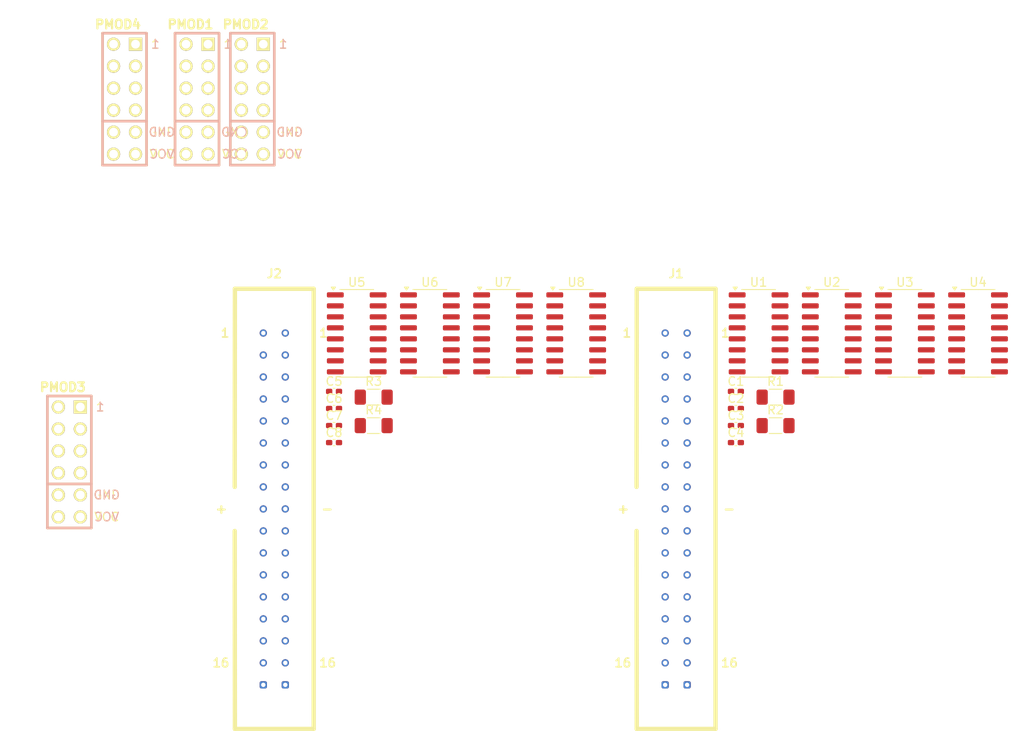
<source format=kicad_pcb>
(kicad_pcb (version 20241229) (generator "pcbnew") (generator_version "9.0")
  (layers (0 "F.Cu" signal) (2 "B.Cu" signal) (13 "F.Paste" user) (15 "B.Paste" user) (5 "F.SilkS" user "F.Silkscreen") (7 "B.SilkS" user "B.Silkscreen") (1 "F.Mask" user) (3 "B.Mask" user) (25 "Edge.Cuts" user))
  (net 0 "")
  (net 1 "+3V3A")
  (net 2 "GND")
  (net 3 "+3V3B")
  (net 4 "+3V3C")
  (net 5 "+3V3D")
  (net 6 "/LVDS Port AB/IN7-")
  (net 7 "/LVDS Port AB/IN6-")
  (net 8 "/LVDS Port AB/IN7+")
  (net 9 "/LVDS Port AB/IN8+")
  (net 10 "/LVDS Port AB/IN6+")
  (net 11 "/LVDS Port AB/IN11-")
  (net 12 "/LVDS Port AB/IN15-")
  (net 13 "/LVDS Port AB/IN2+")
  (net 14 "/LVDS Port AB/IN14-")
  (net 15 "/LVDS Port AB/IN12+")
  (net 16 "/LVDS Port AB/IN1-")
  (net 17 "/LVDS Port AB/IN3-")
  (net 18 "/LVDS Port AB/IN16-")
  (net 19 "/LVDS Port AB/IN9-")
  (net 20 "/LVDS Port AB/IN2-")
  (net 21 "/LVDS Port AB/IN10+")
  (net 22 "/LVDS Port AB/IN3+")
  (net 23 "/LVDS Port AB/IN12-")
  (net 24 "/LVDS Port AB/IN13+")
  (net 25 "/LVDS Port AB/CONNGND")
  (net 26 "/LVDS Port AB/IN11+")
  (net 27 "/LVDS Port AB/IN4+")
  (net 28 "/LVDS Port AB/IN5-")
  (net 29 "/LVDS Port AB/IN9+")
  (net 30 "/LVDS Port AB/IN14+")
  (net 31 "/LVDS Port AB/IN4-")
  (net 32 "/LVDS Port AB/IN13-")
  (net 33 "/LVDS Port AB/IN16+")
  (net 34 "/LVDS Port AB/IN10-")
  (net 35 "/LVDS Port AB/IN8-")
  (net 36 "/LVDS Port AB/IN5+")
  (net 37 "/LVDS Port AB/IN1+")
  (net 38 "/LVDS Port AB/IN15+")
  (net 39 "/LVDS Port CD/IN7-")
  (net 40 "/LVDS Port CD/IN10+")
  (net 41 "/LVDS Port CD/IN1+")
  (net 42 "/LVDS Port CD/IN4+")
  (net 43 "/LVDS Port CD/IN3-")
  (net 44 "/LVDS Port CD/IN9-")
  (net 45 "/LVDS Port CD/IN2+")
  (net 46 "/LVDS Port CD/IN8-")
  (net 47 "/LVDS Port CD/IN9+")
  (net 48 "/LVDS Port CD/IN4-")
  (net 49 "/LVDS Port CD/IN13-")
  (net 50 "/LVDS Port CD/IN11+")
  (net 51 "/LVDS Port CD/CONNGND")
  (net 52 "/LVDS Port CD/IN7+")
  (net 53 "/LVDS Port CD/IN5-")
  (net 54 "/LVDS Port CD/IN16-")
  (net 55 "/LVDS Port CD/IN8+")
  (net 56 "/LVDS Port CD/IN13+")
  (net 57 "/LVDS Port CD/IN14-")
  (net 58 "/LVDS Port CD/IN15+")
  (net 59 "/LVDS Port CD/IN11-")
  (net 60 "/LVDS Port CD/IN6-")
  (net 61 "/LVDS Port CD/IN2-")
  (net 62 "/LVDS Port CD/IN16+")
  (net 63 "/LVDS Port CD/IN3+")
  (net 64 "/LVDS Port CD/IN15-")
  (net 65 "/LVDS Port CD/IN12-")
  (net 66 "/LVDS Port CD/IN5+")
  (net 67 "/LVDS Port CD/IN14+")
  (net 68 "/LVDS Port CD/IN10-")
  (net 69 "/LVDS Port CD/IN12+")
  (net 70 "/LVDS Port CD/IN6+")
  (net 71 "/LVDS Port CD/IN1-")
  (net 72 "/LVDS Port AB/IN1")
  (net 73 "/LVDS Port AB/IN4")
  (net 74 "/LVDS Port AB/IN2")
  (net 75 "/LVDS Port AB/IN3")
  (net 76 "/LVDS Port AB/IN6")
  (net 77 "/LVDS Port AB/IN5")
  (net 78 "/LVDS Port AB/IN7")
  (net 79 "/LVDS Port AB/IN8")
  (net 80 "/LVDS Port AB/IN10")
  (net 81 "/LVDS Port AB/IN11")
  (net 82 "/LVDS Port AB/IN9")
  (net 83 "/LVDS Port AB/IN12")
  (net 84 "/LVDS Port AB/IN13")
  (net 85 "/LVDS Port AB/IN15")
  (net 86 "/LVDS Port AB/IN16")
  (net 87 "/LVDS Port AB/IN14")
  (net 88 "/LVDS Port CD/IN4")
  (net 89 "/LVDS Port CD/IN1")
  (net 90 "/LVDS Port CD/IN3")
  (net 91 "/LVDS Port CD/IN2")
  (net 92 "/LVDS Port CD/IN7")
  (net 93 "/LVDS Port CD/IN5")
  (net 94 "/LVDS Port CD/IN6")
  (net 95 "/LVDS Port CD/IN8")
  (net 96 "/LVDS Port CD/IN12")
  (net 97 "/LVDS Port CD/IN9")
  (net 98 "/LVDS Port CD/IN10")
  (net 99 "/LVDS Port CD/IN11")
  (net 100 "/LVDS Port CD/IN15")
  (net 101 "/LVDS Port CD/IN14")
  (net 102 "/LVDS Port CD/IN13")
  (net 103 "/LVDS Port CD/IN16")
  (footprint "Capacitor_SMD:C_0402_1005Metric_Pad0.74x0.62mm_HandSolder" (layer "F.Cu") (at 109.255 71.291)
    (property "Reference" "C2" (at 0 -1.16 0) (layer "F.SilkS"))
    (property "Value" "C100n")
    (pad "1" smd roundrect (at -0.5675 0) (size 0.735 0.62) (layers "F.Cu" "F.Mask" "F.Paste") (net 1 "+3V3A"))
    (pad "2" smd roundrect (at 0.5675 0) (size 0.735 0.62) (layers "F.Cu" "F.Mask" "F.Paste") (net 2 "GND"))
  )
  (footprint "Resistor_SMD:R_1206_3216Metric_Pad1.30x1.75mm_HandSolder" (layer "F.Cu") (at 67.415 69.981)
    (property "Reference" "R3" (at 0 -1.82 0) (layer "F.SilkS"))
    (property "Value" "R1M")
    (pad "1" smd roundrect (at -1.55 0) (size 1.3 1.75) (layers "F.Cu" "F.Mask" "F.Paste") (roundrect_rratio 0.192308) (net 51 "/LVDS Port CD/CONNGND"))
    (pad "2" smd roundrect (at 1.55 0) (size 1.3 1.75) (layers "F.Cu" "F.Mask" "F.Paste") (roundrect_rratio 0.192308) (net 2 "GND"))
  )
  (footprint "Capacitor_SMD:C_0402_1005Metric_Pad0.74x0.62mm_HandSolder" (layer "F.Cu") (at 109.255 75.231)
    (property "Reference" "C4" (at 0 -1.16 0) (layer "F.SilkS"))
    (property "Value" "C100n")
    (pad "1" smd roundrect (at -0.5675 0) (size 0.735 0.62) (layers "F.Cu" "F.Mask" "F.Paste") (net 3 "+3V3B"))
    (pad "2" smd roundrect (at 0.5675 0) (size 0.735 0.62) (layers "F.Cu" "F.Mask" "F.Paste") (net 2 "GND"))
  )
  (footprint "LVDS:LVDS_Connector" (layer "F.Cu") (at 101.082 62.576)
    (property "Reference" "J1" (at 1.27 -6.858 0) (layer "F.SilkS") (effects (font (thickness 0.2) (bold yes))))
    (property "Value" "302-S341")
    (fp_text user "16" (at -3.81 38.1 0) (layer "F.SilkS") (effects (font (thickness 0.2) (bold yes)) (justify right)))
    (fp_text user "1" (at 6.35 0 0) (layer "F.SilkS") (effects (font (thickness 0.2) (bold yes)) (justify left)))
    (fp_text user "-" (at 6.604 20.32 0) (layer "F.SilkS") (effects (font (thickness 0.25)) (justify left)))
    (fp_text user "16" (at 6.35 38.1 0) (layer "F.SilkS") (effects (font (thickness 0.2) (bold yes)) (justify left)))
    (fp_text user "+" (at -4.064 20.32 0) (layer "F.SilkS") (effects (font (thickness 0.25)) (justify right)))
    (fp_text user "1" (at -3.81 0 0) (layer "F.SilkS") (effects (font (thickness 0.2) (bold yes)) (justify right)))
    (pad "1" thru_hole circle (at 0 0) (size 0.85 0.85) (drill 0.5) (layers "*.Cu" "*.Mask") (net 37 "/LVDS Port AB/IN1+"))
    (pad "2" thru_hole circle (at 0 2.54) (size 0.85 0.85) (drill 0.5) (layers "*.Cu" "*.Mask") (net 13 "/LVDS Port AB/IN2+"))
    (pad "3" thru_hole circle (at 0 5.08) (size 0.85 0.85) (drill 0.5) (layers "*.Cu" "*.Mask") (net 22 "/LVDS Port AB/IN3+"))
    (pad "4" thru_hole circle (at 0 7.62) (size 0.85 0.85) (drill 0.5) (layers "*.Cu" "*.Mask") (net 27 "/LVDS Port AB/IN4+"))
    (pad "5" thru_hole circle (at 0 10.16) (size 0.85 0.85) (drill 0.5) (layers "*.Cu" "*.Mask") (net 36 "/LVDS Port AB/IN5+"))
    (pad "6" thru_hole circle (at 0 12.7) (size 0.85 0.85) (drill 0.5) (layers "*.Cu" "*.Mask") (net 10 "/LVDS Port AB/IN6+"))
    (pad "7" thru_hole circle (at 0 15.24) (size 0.85 0.85) (drill 0.5) (layers "*.Cu" "*.Mask") (net 8 "/LVDS Port AB/IN7+"))
    (pad "8" thru_hole circle (at 0 17.78) (size 0.85 0.85) (drill 0.5) (layers "*.Cu" "*.Mask") (net 9 "/LVDS Port AB/IN8+"))
    (pad "9" thru_hole circle (at 0 20.32) (size 0.85 0.85) (drill 0.5) (layers "*.Cu" "*.Mask") (net 29 "/LVDS Port AB/IN9+"))
    (pad "10" thru_hole circle (at 0 22.86) (size 0.85 0.85) (drill 0.5) (layers "*.Cu" "*.Mask") (net 21 "/LVDS Port AB/IN10+"))
    (pad "11" thru_hole circle (at 0 25.4) (size 0.85 0.85) (drill 0.5) (layers "*.Cu" "*.Mask") (net 26 "/LVDS Port AB/IN11+"))
    (pad "12" thru_hole circle (at 0 27.94) (size 0.85 0.85) (drill 0.5) (layers "*.Cu" "*.Mask") (net 15 "/LVDS Port AB/IN12+"))
    (pad "13" thru_hole circle (at 0 30.48) (size 0.85 0.85) (drill 0.5) (layers "*.Cu" "*.Mask") (net 24 "/LVDS Port AB/IN13+"))
    (pad "14" thru_hole circle (at 0 33.02) (size 0.85 0.85) (drill 0.5) (layers "*.Cu" "*.Mask") (net 30 "/LVDS Port AB/IN14+"))
    (pad "15" thru_hole circle (at 0 35.56) (size 0.85 0.85) (drill 0.5) (layers "*.Cu" "*.Mask") (net 38 "/LVDS Port AB/IN15+"))
    (pad "16" thru_hole circle (at 0 38.1) (size 0.85 0.85) (drill 0.5) (layers "*.Cu" "*.Mask") (net 33 "/LVDS Port AB/IN16+"))
    (pad "17" thru_hole roundrect (at 0 40.64) (size 0.85 0.85) (drill 0.5) (layers "*.Cu" "*.Mask") (net 25 "/LVDS Port AB/CONNGND"))
    (pad "18" thru_hole roundrect (at 2.54 40.64) (size 0.85 0.85) (drill 0.5) (layers "*.Cu" "*.Mask") (net 25 "/LVDS Port AB/CONNGND"))
    (pad "19" thru_hole circle (at 2.54 38.1) (size 0.85 0.85) (drill 0.5) (layers "*.Cu" "*.Mask") (net 18 "/LVDS Port AB/IN16-"))
    (pad "20" thru_hole circle (at 2.54 35.56) (size 0.85 0.85) (drill 0.5) (layers "*.Cu" "*.Mask") (net 12 "/LVDS Port AB/IN15-"))
    (pad "21" thru_hole circle (at 2.54 33.02) (size 0.85 0.85) (drill 0.5) (layers "*.Cu" "*.Mask") (net 14 "/LVDS Port AB/IN14-"))
    (pad "22" thru_hole circle (at 2.54 30.48) (size 0.85 0.85) (drill 0.5) (layers "*.Cu" "*.Mask") (net 32 "/LVDS Port AB/IN13-"))
    (pad "23" thru_hole circle (at 2.54 27.94) (size 0.85 0.85) (drill 0.5) (layers "*.Cu" "*.Mask") (net 23 "/LVDS Port AB/IN12-"))
    (pad "24" thru_hole circle (at 2.54 25.4) (size 0.85 0.85) (drill 0.5) (layers "*.Cu" "*.Mask") (net 11 "/LVDS Port AB/IN11-"))
    (pad "25" thru_hole circle (at 2.54 22.86) (size 0.85 0.85) (drill 0.5) (layers "*.Cu" "*.Mask") (net 34 "/LVDS Port AB/IN10-"))
    (pad "26" thru_hole circle (at 2.54 20.32) (size 0.85 0.85) (drill 0.5) (layers "*.Cu" "*.Mask") (net 19 "/LVDS Port AB/IN9-"))
    (pad "27" thru_hole circle (at 2.54 17.78) (size 0.85 0.85) (drill 0.5) (layers "*.Cu" "*.Mask") (net 35 "/LVDS Port AB/IN8-"))
    (pad "28" thru_hole circle (at 2.54 15.24) (size 0.85 0.85) (drill 0.5) (layers "*.Cu" "*.Mask") (net 6 "/LVDS Port AB/IN7-"))
    (pad "29" thru_hole circle (at 2.54 12.7) (size 0.85 0.85) (drill 0.5) (layers "*.Cu" "*.Mask") (net 7 "/LVDS Port AB/IN6-"))
    (pad "30" thru_hole circle (at 2.54 10.16) (size 0.85 0.85) (drill 0.5) (layers "*.Cu" "*.Mask") (net 28 "/LVDS Port AB/IN5-"))
    (pad "31" thru_hole circle (at 2.54 7.62) (size 0.85 0.85) (drill 0.5) (layers "*.Cu" "*.Mask") (net 31 "/LVDS Port AB/IN4-"))
    (pad "32" thru_hole circle (at 2.54 5.08) (size 0.85 0.85) (drill 0.5) (layers "*.Cu" "*.Mask") (net 17 "/LVDS Port AB/IN3-"))
    (pad "33" thru_hole circle (at 2.54 2.54) (size 0.85 0.85) (drill 0.5) (layers "*.Cu" "*.Mask") (net 20 "/LVDS Port AB/IN2-"))
    (pad "34" thru_hole circle (at 2.54 0) (size 0.85 0.85) (drill 0.5) (layers "*.Cu" "*.Mask") (net 16 "/LVDS Port AB/IN1-"))
  )
  (footprint "Package_SO:SOIC-16_3.9x9.9mm_P1.27mm" (layer "F.Cu") (at 137.225 62.611)
    (property "Reference" "U4" (at 0 -5.9 0) (layer "F.SilkS"))
    (property "Value" "SN65LVDS348")
    (pad "1" smd roundrect (at -2.475 -4.445) (size 1.95 0.6) (layers "F.Cu" "F.Mask" "F.Paste") (net 32 "/LVDS Port AB/IN13-"))
    (pad "2" smd roundrect (at -2.475 -3.175) (size 1.95 0.6) (layers "F.Cu" "F.Mask" "F.Paste") (net 24 "/LVDS Port AB/IN13+"))
    (pad "3" smd roundrect (at -2.475 -1.905) (size 1.95 0.6) (layers "F.Cu" "F.Mask" "F.Paste") (net 30 "/LVDS Port AB/IN14+"))
    (pad "4" smd roundrect (at -2.475 -0.635) (size 1.95 0.6) (layers "F.Cu" "F.Mask" "F.Paste") (net 14 "/LVDS Port AB/IN14-"))
    (pad "5" smd roundrect (at -2.475 0.635) (size 1.95 0.6) (layers "F.Cu" "F.Mask" "F.Paste") (net 12 "/LVDS Port AB/IN15-"))
    (pad "6" smd roundrect (at -2.475 1.905) (size 1.95 0.6) (layers "F.Cu" "F.Mask" "F.Paste") (net 38 "/LVDS Port AB/IN15+"))
    (pad "7" smd roundrect (at -2.475 3.175) (size 1.95 0.6) (layers "F.Cu" "F.Mask" "F.Paste") (net 33 "/LVDS Port AB/IN16+"))
    (pad "8" smd roundrect (at -2.475 4.445) (size 1.95 0.6) (layers "F.Cu" "F.Mask" "F.Paste") (net 18 "/LVDS Port AB/IN16-"))
    (pad "9" smd roundrect (at 2.475 4.445) (size 1.95 0.6) (layers "F.Cu" "F.Mask" "F.Paste") (net 2 "GND"))
    (pad "10" smd roundrect (at 2.475 3.175) (size 1.95 0.6) (layers "F.Cu" "F.Mask" "F.Paste") (net 86 "/LVDS Port AB/IN16"))
    (pad "11" smd roundrect (at 2.475 1.905) (size 1.95 0.6) (layers "F.Cu" "F.Mask" "F.Paste") (net 85 "/LVDS Port AB/IN15"))
    (pad "12" smd roundrect (at 2.475 0.635) (size 1.95 0.6) (layers "F.Cu" "F.Mask" "F.Paste") (net 2 "GND"))
    (pad "13" smd roundrect (at 2.475 -0.635) (size 1.95 0.6) (layers "F.Cu" "F.Mask" "F.Paste") (net 3 "+3V3B"))
    (pad "14" smd roundrect (at 2.475 -1.905) (size 1.95 0.6) (layers "F.Cu" "F.Mask" "F.Paste") (net 87 "/LVDS Port AB/IN14"))
    (pad "15" smd roundrect (at 2.475 -3.175) (size 1.95 0.6) (layers "F.Cu" "F.Mask" "F.Paste") (net 84 "/LVDS Port AB/IN13"))
    (pad "16" smd roundrect (at 2.475 -4.445) (size 1.95 0.6) (layers "F.Cu" "F.Mask" "F.Paste") (net 3 "+3V3B"))
  )
  (footprint "Package_SO:SOIC-16_3.9x9.9mm_P1.27mm" (layer "F.Cu") (at 65.455 62.611)
    (property "Reference" "U5" (at 0 -5.9 0) (layer "F.SilkS"))
    (property "Value" "SN65LVDS348")
    (pad "1" smd roundrect (at -2.475 -4.445) (size 1.95 0.6) (layers "F.Cu" "F.Mask" "F.Paste") (net 71 "/LVDS Port CD/IN1-"))
    (pad "2" smd roundrect (at -2.475 -3.175) (size 1.95 0.6) (layers "F.Cu" "F.Mask" "F.Paste") (net 41 "/LVDS Port CD/IN1+"))
    (pad "3" smd roundrect (at -2.475 -1.905) (size 1.95 0.6) (layers "F.Cu" "F.Mask" "F.Paste") (net 45 "/LVDS Port CD/IN2+"))
    (pad "4" smd roundrect (at -2.475 -0.635) (size 1.95 0.6) (layers "F.Cu" "F.Mask" "F.Paste") (net 61 "/LVDS Port CD/IN2-"))
    (pad "5" smd roundrect (at -2.475 0.635) (size 1.95 0.6) (layers "F.Cu" "F.Mask" "F.Paste") (net 43 "/LVDS Port CD/IN3-"))
    (pad "6" smd roundrect (at -2.475 1.905) (size 1.95 0.6) (layers "F.Cu" "F.Mask" "F.Paste") (net 63 "/LVDS Port CD/IN3+"))
    (pad "7" smd roundrect (at -2.475 3.175) (size 1.95 0.6) (layers "F.Cu" "F.Mask" "F.Paste") (net 42 "/LVDS Port CD/IN4+"))
    (pad "8" smd roundrect (at -2.475 4.445) (size 1.95 0.6) (layers "F.Cu" "F.Mask" "F.Paste") (net 48 "/LVDS Port CD/IN4-"))
    (pad "9" smd roundrect (at 2.475 4.445) (size 1.95 0.6) (layers "F.Cu" "F.Mask" "F.Paste") (net 2 "GND"))
    (pad "10" smd roundrect (at 2.475 3.175) (size 1.95 0.6) (layers "F.Cu" "F.Mask" "F.Paste") (net 88 "/LVDS Port CD/IN4"))
    (pad "11" smd roundrect (at 2.475 1.905) (size 1.95 0.6) (layers "F.Cu" "F.Mask" "F.Paste") (net 90 "/LVDS Port CD/IN3"))
    (pad "12" smd roundrect (at 2.475 0.635) (size 1.95 0.6) (layers "F.Cu" "F.Mask" "F.Paste") (net 2 "GND"))
    (pad "13" smd roundrect (at 2.475 -0.635) (size 1.95 0.6) (layers "F.Cu" "F.Mask" "F.Paste") (net 4 "+3V3C"))
    (pad "14" smd roundrect (at 2.475 -1.905) (size 1.95 0.6) (layers "F.Cu" "F.Mask" "F.Paste") (net 91 "/LVDS Port CD/IN2"))
    (pad "15" smd roundrect (at 2.475 -3.175) (size 1.95 0.6) (layers "F.Cu" "F.Mask" "F.Paste") (net 89 "/LVDS Port CD/IN1"))
    (pad "16" smd roundrect (at 2.475 -4.445) (size 1.95 0.6) (layers "F.Cu" "F.Mask" "F.Paste") (net 4 "+3V3C"))
  )
  (footprint "Capacitor_SMD:C_0402_1005Metric_Pad0.74x0.62mm_HandSolder" (layer "F.Cu") (at 62.835 73.261)
    (property "Reference" "C7" (at 0 -1.16 0) (layer "F.SilkS"))
    (property "Value" "C100n")
    (pad "1" smd roundrect (at -0.5675 0) (size 0.735 0.62) (layers "F.Cu" "F.Mask" "F.Paste") (net 5 "+3V3D"))
    (pad "2" smd roundrect (at 0.5675 0) (size 0.735 0.62) (layers "F.Cu" "F.Mask" "F.Paste") (net 2 "GND"))
  )
  (footprint "Capacitor_SMD:C_0402_1005Metric_Pad0.74x0.62mm_HandSolder" (layer "F.Cu") (at 62.835 69.321)
    (property "Reference" "C5" (at 0 -1.16 0) (layer "F.SilkS"))
    (property "Value" "C100n")
    (pad "1" smd roundrect (at -0.5675 0) (size 0.735 0.62) (layers "F.Cu" "F.Mask" "F.Paste") (net 4 "+3V3C"))
    (pad "2" smd roundrect (at 0.5675 0) (size 0.735 0.62) (layers "F.Cu" "F.Mask" "F.Paste") (net 2 "GND"))
  )
  (footprint "pmod-conn_6x2:pmod_pin_array_6x2" (layer "F.Cu") (at 47.0072 35.56)
    (property "Reference" "PMOD1" (at -0.762 -8.636 0) (layer "F.SilkS") (effects (font (size 1.016 1.016) (thickness 0.254))))
    (property "Value" "PMOD-Device-x2-Type-1A-GPIO" (hide yes))
    (fp_text user "GND" (at 4.318 3.81 0) (layer "F.SilkS"))
    (fp_text user "1" (at 3.556 -6.35 0) (layer "F.SilkS"))
    (fp_text user "VCC" (at 4.318 6.35 0) (layer "F.SilkS"))
    (fp_text user "VCC" (at 4.318 6.35 0) (layer "B.SilkS") (effects (justify mirror)))
    (fp_text user "1" (at 3.556 -6.35 0) (layer "B.SilkS") (effects (justify mirror)))
    (fp_text user "GND" (at 4.318 3.81 0) (layer "B.SilkS") (effects (justify mirror)))
    (pad "1" thru_hole rect (at 1.27 -6.35) (size 1.524 1.524) (drill 1.016) (layers "*.Cu" "*.Mask" "F.SilkS") (net 82 "/LVDS Port AB/IN9"))
    (pad "2" thru_hole circle (at 1.27 -3.81 270) (size 1.524 1.524) (drill 1.016) (layers "*.Cu" "*.Mask" "F.SilkS") (net 81 "/LVDS Port AB/IN11"))
    (pad "3" thru_hole circle (at 1.27 -1.27 270) (size 1.524 1.524) (drill 1.016) (layers "*.Cu" "*.Mask" "F.SilkS") (net 84 "/LVDS Port AB/IN13"))
    (pad "4" thru_hole circle (at 1.27 1.27 270) (size 1.524 1.524) (drill 1.016) (layers "*.Cu" "*.Mask" "F.SilkS") (net 85 "/LVDS Port AB/IN15"))
    (pad "5" thru_hole circle (at 1.27 3.81 270) (size 1.524 1.524) (drill 1.016) (layers "*.Cu" "*.Mask" "F.SilkS") (net 2 "GND"))
    (pad "6" thru_hole circle (at 1.27 6.35 270) (size 1.524 1.524) (drill 1.016) (layers "*.Cu" "*.Mask" "F.SilkS") (net 3 "+3V3B"))
    (pad "7" thru_hole circle (at -1.27 -6.35 270) (size 1.524 1.524) (drill 1.016) (layers "*.Cu" "*.Mask" "F.SilkS") (net 80 "/LVDS Port AB/IN10"))
    (pad "8" thru_hole circle (at -1.27 -3.81 270) (size 1.524 1.524) (drill 1.016) (layers "*.Cu" "*.Mask" "F.SilkS") (net 83 "/LVDS Port AB/IN12"))
    (pad "9" thru_hole circle (at -1.27 -1.27 270) (size 1.524 1.524) (drill 1.016) (layers "*.Cu" "*.Mask" "F.SilkS") (net 87 "/LVDS Port AB/IN14"))
    (pad "10" thru_hole circle (at -1.27 1.27 270) (size 1.524 1.524) (drill 1.016) (layers "*.Cu" "*.Mask" "F.SilkS") (net 86 "/LVDS Port AB/IN16"))
    (pad "11" thru_hole circle (at -1.27 3.81 270) (size 1.524 1.524) (drill 1.016) (layers "*.Cu" "*.Mask" "F.SilkS") (net 2 "GND"))
    (pad "12" thru_hole circle (at -1.27 6.35 270) (size 1.524 1.524) (drill 1.016) (layers "*.Cu" "*.Mask" "F.SilkS") (net 3 "+3V3B"))
  )
  (footprint "Capacitor_SMD:C_0402_1005Metric_Pad0.74x0.62mm_HandSolder" (layer "F.Cu") (at 109.255 69.321)
    (property "Reference" "C1" (at 0 -1.16 0) (layer "F.SilkS"))
    (property "Value" "C100n")
    (pad "1" smd roundrect (at -0.5675 0) (size 0.735 0.62) (layers "F.Cu" "F.Mask" "F.Paste") (net 1 "+3V3A"))
    (pad "2" smd roundrect (at 0.5675 0) (size 0.735 0.62) (layers "F.Cu" "F.Mask" "F.Paste") (net 2 "GND"))
  )
  (footprint "Capacitor_SMD:C_0402_1005Metric_Pad0.74x0.62mm_HandSolder" (layer "F.Cu") (at 62.835 71.291)
    (property "Reference" "C6" (at 0 -1.16 0) (layer "F.SilkS"))
    (property "Value" "C100n")
    (pad "1" smd roundrect (at -0.5675 0) (size 0.735 0.62) (layers "F.Cu" "F.Mask" "F.Paste") (net 4 "+3V3C"))
    (pad "2" smd roundrect (at 0.5675 0) (size 0.735 0.62) (layers "F.Cu" "F.Mask" "F.Paste") (net 2 "GND"))
  )
  (footprint "Package_SO:SOIC-16_3.9x9.9mm_P1.27mm" (layer "F.Cu") (at 120.325 62.611)
    (property "Reference" "U2" (at 0 -5.9 0) (layer "F.SilkS"))
    (property "Value" "SN65LVDS348")
    (pad "1" smd roundrect (at -2.475 -4.445) (size 1.95 0.6) (layers "F.Cu" "F.Mask" "F.Paste") (net 28 "/LVDS Port AB/IN5-"))
    (pad "2" smd roundrect (at -2.475 -3.175) (size 1.95 0.6) (layers "F.Cu" "F.Mask" "F.Paste") (net 36 "/LVDS Port AB/IN5+"))
    (pad "3" smd roundrect (at -2.475 -1.905) (size 1.95 0.6) (layers "F.Cu" "F.Mask" "F.Paste") (net 10 "/LVDS Port AB/IN6+"))
    (pad "4" smd roundrect (at -2.475 -0.635) (size 1.95 0.6) (layers "F.Cu" "F.Mask" "F.Paste") (net 7 "/LVDS Port AB/IN6-"))
    (pad "5" smd roundrect (at -2.475 0.635) (size 1.95 0.6) (layers "F.Cu" "F.Mask" "F.Paste") (net 6 "/LVDS Port AB/IN7-"))
    (pad "6" smd roundrect (at -2.475 1.905) (size 1.95 0.6) (layers "F.Cu" "F.Mask" "F.Paste") (net 8 "/LVDS Port AB/IN7+"))
    (pad "7" smd roundrect (at -2.475 3.175) (size 1.95 0.6) (layers "F.Cu" "F.Mask" "F.Paste") (net 9 "/LVDS Port AB/IN8+"))
    (pad "8" smd roundrect (at -2.475 4.445) (size 1.95 0.6) (layers "F.Cu" "F.Mask" "F.Paste") (net 35 "/LVDS Port AB/IN8-"))
    (pad "9" smd roundrect (at 2.475 4.445) (size 1.95 0.6) (layers "F.Cu" "F.Mask" "F.Paste") (net 2 "GND"))
    (pad "10" smd roundrect (at 2.475 3.175) (size 1.95 0.6) (layers "F.Cu" "F.Mask" "F.Paste") (net 79 "/LVDS Port AB/IN8"))
    (pad "11" smd roundrect (at 2.475 1.905) (size 1.95 0.6) (layers "F.Cu" "F.Mask" "F.Paste") (net 78 "/LVDS Port AB/IN7"))
    (pad "12" smd roundrect (at 2.475 0.635) (size 1.95 0.6) (layers "F.Cu" "F.Mask" "F.Paste") (net 2 "GND"))
    (pad "13" smd roundrect (at 2.475 -0.635) (size 1.95 0.6) (layers "F.Cu" "F.Mask" "F.Paste") (net 1 "+3V3A"))
    (pad "14" smd roundrect (at 2.475 -1.905) (size 1.95 0.6) (layers "F.Cu" "F.Mask" "F.Paste") (net 76 "/LVDS Port AB/IN6"))
    (pad "15" smd roundrect (at 2.475 -3.175) (size 1.95 0.6) (layers "F.Cu" "F.Mask" "F.Paste") (net 77 "/LVDS Port AB/IN5"))
    (pad "16" smd roundrect (at 2.475 -4.445) (size 1.95 0.6) (layers "F.Cu" "F.Mask" "F.Paste") (net 1 "+3V3A"))
  )
  (footprint "Resistor_SMD:R_1206_3216Metric_Pad1.30x1.75mm_HandSolder" (layer "F.Cu") (at 113.835 69.981)
    (property "Reference" "R1" (at 0 -1.82 0) (layer "F.SilkS"))
    (property "Value" "R1M")
    (pad "1" smd roundrect (at -1.55 0) (size 1.3 1.75) (layers "F.Cu" "F.Mask" "F.Paste") (roundrect_rratio 0.192308) (net 25 "/LVDS Port AB/CONNGND"))
    (pad "2" smd roundrect (at 1.55 0) (size 1.3 1.75) (layers "F.Cu" "F.Mask" "F.Paste") (roundrect_rratio 0.192308) (net 2 "GND"))
  )
  (footprint "pmod-conn_6x2:pmod_pin_array_6x2" (layer "F.Cu") (at 38.632 35.56)
    (property "Reference" "PMOD4" (at -0.762 -8.636 0) (layer "F.SilkS") (effects (font (size 1.016 1.016) (thickness 0.254))))
    (property "Value" "PMOD-Device-x2-Type-1A-GPIO" (hide yes))
    (fp_text user "GND" (at 4.318 3.81 0) (layer "F.SilkS"))
    (fp_text user "1" (at 3.556 -6.35 0) (layer "F.SilkS"))
    (fp_text user "VCC" (at 4.318 6.35 0) (layer "F.SilkS"))
    (fp_text user "GND" (at 4.318 3.81 0) (layer "B.SilkS") (effects (justify mirror)))
    (fp_text user "1" (at 3.556 -6.35 0) (layer "B.SilkS") (effects (justify mirror)))
    (fp_text user "VCC" (at 4.318 6.35 0) (layer "B.SilkS") (effects (justify mirror)))
    (pad "1" thru_hole rect (at 1.27 -6.35) (size 1.524 1.524) (drill 1.016) (layers "*.Cu" "*.Mask" "F.SilkS") (net 89 "/LVDS Port CD/IN1"))
    (pad "2" thru_hole circle (at 1.27 -3.81 270) (size 1.524 1.524) (drill 1.016) (layers "*.Cu" "*.Mask" "F.SilkS") (net 90 "/LVDS Port CD/IN3"))
    (pad "3" thru_hole circle (at 1.27 -1.27 270) (size 1.524 1.524) (drill 1.016) (layers "*.Cu" "*.Mask" "F.SilkS") (net 93 "/LVDS Port CD/IN5"))
    (pad "4" thru_hole circle (at 1.27 1.27 270) (size 1.524 1.524) (drill 1.016) (layers "*.Cu" "*.Mask" "F.SilkS") (net 92 "/LVDS Port CD/IN7"))
    (pad "5" thru_hole circle (at 1.27 3.81 270) (size 1.524 1.524) (drill 1.016) (layers "*.Cu" "*.Mask" "F.SilkS") (net 2 "GND"))
    (pad "6" thru_hole circle (at 1.27 6.35 270) (size 1.524 1.524) (drill 1.016) (layers "*.Cu" "*.Mask" "F.SilkS") (net 4 "+3V3C"))
    (pad "7" thru_hole circle (at -1.27 -6.35 270) (size 1.524 1.524) (drill 1.016) (layers "*.Cu" "*.Mask" "F.SilkS") (net 91 "/LVDS Port CD/IN2"))
    (pad "8" thru_hole circle (at -1.27 -3.81 270) (size 1.524 1.524) (drill 1.016) (layers "*.Cu" "*.Mask" "F.SilkS") (net 88 "/LVDS Port CD/IN4"))
    (pad "9" thru_hole circle (at -1.27 -1.27 270) (size 1.524 1.524) (drill 1.016) (layers "*.Cu" "*.Mask" "F.SilkS") (net 94 "/LVDS Port CD/IN6"))
    (pad "10" thru_hole circle (at -1.27 1.27 270) (size 1.524 1.524) (drill 1.016) (layers "*.Cu" "*.Mask" "F.SilkS") (net 95 "/LVDS Port CD/IN8"))
    (pad "11" thru_hole circle (at -1.27 3.81 270) (size 1.524 1.524) (drill 1.016) (layers "*.Cu" "*.Mask" "F.SilkS") (net 2 "GND"))
    (pad "12" thru_hole circle (at -1.27 6.35 270) (size 1.524 1.524) (drill 1.016) (layers "*.Cu" "*.Mask" "F.SilkS") (net 4 "+3V3C"))
  )
  (footprint "Capacitor_SMD:C_0402_1005Metric_Pad0.74x0.62mm_HandSolder" (layer "F.Cu") (at 109.255 73.261)
    (property "Reference" "C3" (at 0 -1.16 0) (layer "F.SilkS"))
    (property "Value" "C100n")
    (pad "1" smd roundrect (at -0.5675 0) (size 0.735 0.62) (layers "F.Cu" "F.Mask" "F.Paste") (net 3 "+3V3B"))
    (pad "2" smd roundrect (at 0.5675 0) (size 0.735 0.62) (layers "F.Cu" "F.Mask" "F.Paste") (net 2 "GND"))
  )
  (footprint "Package_SO:SOIC-16_3.9x9.9mm_P1.27mm" (layer "F.Cu") (at 128.775 62.611)
    (property "Reference" "U3" (at 0 -5.9 0) (layer "F.SilkS"))
    (property "Value" "SN65LVDS348")
    (pad "1" smd roundrect (at -2.475 -4.445) (size 1.95 0.6) (layers "F.Cu" "F.Mask" "F.Paste") (net 19 "/LVDS Port AB/IN9-"))
    (pad "2" smd roundrect (at -2.475 -3.175) (size 1.95 0.6) (layers "F.Cu" "F.Mask" "F.Paste") (net 29 "/LVDS Port AB/IN9+"))
    (pad "3" smd roundrect (at -2.475 -1.905) (size 1.95 0.6) (layers "F.Cu" "F.Mask" "F.Paste") (net 21 "/LVDS Port AB/IN10+"))
    (pad "4" smd roundrect (at -2.475 -0.635) (size 1.95 0.6) (layers "F.Cu" "F.Mask" "F.Paste") (net 34 "/LVDS Port AB/IN10-"))
    (pad "5" smd roundrect (at -2.475 0.635) (size 1.95 0.6) (layers "F.Cu" "F.Mask" "F.Paste") (net 11 "/LVDS Port AB/IN11-"))
    (pad "6" smd roundrect (at -2.475 1.905) (size 1.95 0.6) (layers "F.Cu" "F.Mask" "F.Paste") (net 26 "/LVDS Port AB/IN11+"))
    (pad "7" smd roundrect (at -2.475 3.175) (size 1.95 0.6) (layers "F.Cu" "F.Mask" "F.Paste") (net 15 "/LVDS Port AB/IN12+"))
    (pad "8" smd roundrect (at -2.475 4.445) (size 1.95 0.6) (layers "F.Cu" "F.Mask" "F.Paste") (net 23 "/LVDS Port AB/IN12-"))
    (pad "9" smd roundrect (at 2.475 4.445) (size 1.95 0.6) (layers "F.Cu" "F.Mask" "F.Paste") (net 2 "GND"))
    (pad "10" smd roundrect (at 2.475 3.175) (size 1.95 0.6) (layers "F.Cu" "F.Mask" "F.Paste") (net 83 "/LVDS Port AB/IN12"))
    (pad "11" smd roundrect (at 2.475 1.905) (size 1.95 0.6) (layers "F.Cu" "F.Mask" "F.Paste") (net 81 "/LVDS Port AB/IN11"))
    (pad "12" smd roundrect (at 2.475 0.635) (size 1.95 0.6) (layers "F.Cu" "F.Mask" "F.Paste") (net 2 "GND"))
    (pad "13" smd roundrect (at 2.475 -0.635) (size 1.95 0.6) (layers "F.Cu" "F.Mask" "F.Paste") (net 3 "+3V3B"))
    (pad "14" smd roundrect (at 2.475 -1.905) (size 1.95 0.6) (layers "F.Cu" "F.Mask" "F.Paste") (net 80 "/LVDS Port AB/IN10"))
    (pad "15" smd roundrect (at 2.475 -3.175) (size 1.95 0.6) (layers "F.Cu" "F.Mask" "F.Paste") (net 82 "/LVDS Port AB/IN9"))
    (pad "16" smd roundrect (at 2.475 -4.445) (size 1.95 0.6) (layers "F.Cu" "F.Mask" "F.Paste") (net 3 "+3V3B"))
  )
  (footprint "Resistor_SMD:R_1206_3216Metric_Pad1.30x1.75mm_HandSolder" (layer "F.Cu") (at 113.835 73.271)
    (property "Reference" "R2" (at 0 -1.82 0) (layer "F.SilkS"))
    (property "Value" "R1M")
    (pad "1" smd roundrect (at -1.55 0) (size 1.3 1.75) (layers "F.Cu" "F.Mask" "F.Paste") (roundrect_rratio 0.192308) (net 25 "/LVDS Port AB/CONNGND"))
    (pad "2" smd roundrect (at 1.55 0) (size 1.3 1.75) (layers "F.Cu" "F.Mask" "F.Paste") (roundrect_rratio 0.192308) (net 2 "GND"))
  )
  (footprint "Resistor_SMD:R_1206_3216Metric_Pad1.30x1.75mm_HandSolder" (layer "F.Cu") (at 67.415 73.271)
    (property "Reference" "R4" (at 0 -1.82 0) (layer "F.SilkS"))
    (property "Value" "R1M")
    (pad "1" smd roundrect (at -1.55 0) (size 1.3 1.75) (layers "F.Cu" "F.Mask" "F.Paste") (roundrect_rratio 0.192308) (net 51 "/LVDS Port CD/CONNGND"))
    (pad "2" smd roundrect (at 1.55 0) (size 1.3 1.75) (layers "F.Cu" "F.Mask" "F.Paste") (roundrect_rratio 0.192308) (net 2 "GND"))
  )
  (footprint "LVDS:LVDS_Connector" (layer "F.Cu") (at 54.662 62.576)
    (property "Reference" "J2" (at 1.27 -6.858 0) (layer "F.SilkS") (effects (font (thickness 0.2) (bold yes))))
    (property "Value" "302-S341")
    (fp_text user "16" (at 6.35 38.1 0) (layer "F.SilkS") (effects (font (thickness 0.2) (bold yes)) (justify left)))
    (fp_text user "-" (at 6.604 20.32 0) (layer "F.SilkS") (effects (font (thickness 0.25)) (justify left)))
    (fp_text user "1" (at 6.35 0 0) (layer "F.SilkS") (effects (font (thickness 0.2) (bold yes)) (justify left)))
    (fp_text user "16" (at -3.81 38.1 0) (layer "F.SilkS") (effects (font (thickness 0.2) (bold yes)) (justify right)))
    (fp_text user "+" (at -4.064 20.32 0) (layer "F.SilkS") (effects (font (thickness 0.25)) (justify right)))
    (fp_text user "1" (at -3.81 0 0) (layer "F.SilkS") (effects (font (thickness 0.2) (bold yes)) (justify right)))
    (pad "1" thru_hole circle (at 0 0) (size 0.85 0.85) (drill 0.5) (layers "*.Cu" "*.Mask") (net 41 "/LVDS Port CD/IN1+"))
    (pad "2" thru_hole circle (at 0 2.54) (size 0.85 0.85) (drill 0.5) (layers "*.Cu" "*.Mask") (net 45 "/LVDS Port CD/IN2+"))
    (pad "3" thru_hole circle (at 0 5.08) (size 0.85 0.85) (drill 0.5) (layers "*.Cu" "*.Mask") (net 63 "/LVDS Port CD/IN3+"))
    (pad "4" thru_hole circle (at 0 7.62) (size 0.85 0.85) (drill 0.5) (layers "*.Cu" "*.Mask") (net 42 "/LVDS Port CD/IN4+"))
    (pad "5" thru_hole circle (at 0 10.16) (size 0.85 0.85) (drill 0.5) (layers "*.Cu" "*.Mask") (net 66 "/LVDS Port CD/IN5+"))
    (pad "6" thru_hole circle (at 0 12.7) (size 0.85 0.85) (drill 0.5) (layers "*.Cu" "*.Mask") (net 70 "/LVDS Port CD/IN6+"))
    (pad "7" thru_hole circle (at 0 15.24) (size 0.85 0.85) (drill 0.5) (layers "*.Cu" "*.Mask") (net 52 "/LVDS Port CD/IN7+"))
    (pad "8" thru_hole circle (at 0 17.78) (size 0.85 0.85) (drill 0.5) (layers "*.Cu" "*.Mask") (net 55 "/LVDS Port CD/IN8+"))
    (pad "9" thru_hole circle (at 0 20.32) (size 0.85 0.85) (drill 0.5) (layers "*.Cu" "*.Mask") (net 47 "/LVDS Port CD/IN9+"))
    (pad "10" thru_hole circle (at 0 22.86) (size 0.85 0.85) (drill 0.5) (layers "*.Cu" "*.Mask") (net 40 "/LVDS Port CD/IN10+"))
    (pad "11" thru_hole circle (at 0 25.4) (size 0.85 0.85) (drill 0.5) (layers "*.Cu" "*.Mask") (net 50 "/LVDS Port CD/IN11+"))
    (pad "12" thru_hole circle (at 0 27.94) (size 0.85 0.85) (drill 0.5) (layers "*.Cu" "*.Mask") (net 69 "/LVDS Port CD/IN12+"))
    (pad "13" thru_hole circle (at 0 30.48) (size 0.85 0.85) (drill 0.5) (layers "*.Cu" "*.Mask") (net 56 "/LVDS Port CD/IN13+"))
    (pad "14" thru_hole circle (at 0 33.02) (size 0.85 0.85) (drill 0.5) (layers "*.Cu" "*.Mask") (net 67 "/LVDS Port CD/IN14+"))
    (pad "15" thru_hole circle (at 0 35.56) (size 0.85 0.85) (drill 0.5) (layers "*.Cu" "*.Mask") (net 58 "/LVDS Port CD/IN15+"))
    (pad "16" thru_hole circle (at 0 38.1) (size 0.85 0.85) (drill 0.5) (layers "*.Cu" "*.Mask") (net 62 "/LVDS Port CD/IN16+"))
    (pad "17" thru_hole roundrect (at 0 40.64) (size 0.85 0.85) (drill 0.5) (layers "*.Cu" "*.Mask") (net 51 "/LVDS Port CD/CONNGND"))
    (pad "18" thru_hole roundrect (at 2.54 40.64) (size 0.85 0.85) (drill 0.5) (layers "*.Cu" "*.Mask") (net 51 "/LVDS Port CD/CONNGND"))
    (pad "19" thru_hole circle (at 2.54 38.1) (size 0.85 0.85) (drill 0.5) (layers "*.Cu" "*.Mask") (net 54 "/LVDS Port CD/IN16-"))
    (pad "20" thru_hole circle (at 2.54 35.56) (size 0.85 0.85) (drill 0.5) (layers "*.Cu" "*.Mask") (net 64 "/LVDS Port CD/IN15-"))
    (pad "21" thru_hole circle (at 2.54 33.02) (size 0.85 0.85) (drill 0.5) (layers "*.Cu" "*.Mask") (net 57 "/LVDS Port CD/IN14-"))
    (pad "22" thru_hole circle (at 2.54 30.48) (size 0.85 0.85) (drill 0.5) (layers "*.Cu" "*.Mask") (net 49 "/LVDS Port CD/IN13-"))
    (pad "23" thru_hole circle (at 2.54 27.94) (size 0.85 0.85) (drill 0.5) (layers "*.Cu" "*.Mask") (net 65 "/LVDS Port CD/IN12-"))
    (pad "24" thru_hole circle (at 2.54 25.4) (size 0.85 0.85) (drill 0.5) (layers "*.Cu" "*.Mask") (net 59 "/LVDS Port CD/IN11-"))
    (pad "25" thru_hole circle (at 2.54 22.86) (size 0.85 0.85) (drill 0.5) (layers "*.Cu" "*.Mask") (net 68 "/LVDS Port CD/IN10-"))
    (pad "26" thru_hole circle (at 2.54 20.32) (size 0.85 0.85) (drill 0.5) (layers "*.Cu" "*.Mask") (net 44 "/LVDS Port CD/IN9-"))
    (pad "27" thru_hole circle (at 2.54 17.78) (size 0.85 0.85) (drill 0.5) (layers "*.Cu" "*.Mask") (net 46 "/LVDS Port CD/IN8-"))
    (pad "28" thru_hole circle (at 2.54 15.24) (size 0.85 0.85) (drill 0.5) (layers "*.Cu" "*.Mask") (net 39 "/LVDS Port CD/IN7-"))
    (pad "29" thru_hole circle (at 2.54 12.7) (size 0.85 0.85) (drill 0.5) (layers "*.Cu" "*.Mask") (net 60 "/LVDS Port CD/IN6-"))
    (pad "30" thru_hole circle (at 2.54 10.16) (size 0.85 0.85) (drill 0.5) (layers "*.Cu" "*.Mask") (net 53 "/LVDS Port CD/IN5-"))
    (pad "31" thru_hole circle (at 2.54 7.62) (size 0.85 0.85) (drill 0.5) (layers "*.Cu" "*.Mask") (net 48 "/LVDS Port CD/IN4-"))
    (pad "32" thru_hole circle (at 2.54 5.08) (size 0.85 0.85) (drill 0.5) (layers "*.Cu" "*.Mask") (net 43 "/LVDS Port CD/IN3-"))
    (pad "33" thru_hole circle (at 2.54 2.54) (size 0.85 0.85) (drill 0.5) (layers "*.Cu" "*.Mask") (net 61 "/LVDS Port CD/IN2-"))
    (pad "34" thru_hole circle (at 2.54 0) (size 0.85 0.85) (drill 0.5) (layers "*.Cu" "*.Mask") (net 71 "/LVDS Port CD/IN1-"))
  )
  (footprint "pmod-conn_6x2:pmod_pin_array_6x2" (layer "F.Cu") (at 53.392 35.56)
    (property "Reference" "PMOD2" (at -0.762 -8.636 0) (layer "F.SilkS") (effects (font (size 1.016 1.016) (thickness 0.254))))
    (property "Value" "PMOD-Device-x2-Type-1A-GPIO" (hide yes))
    (fp_text user "1" (at 3.556 -6.35 0) (layer "F.SilkS"))
    (fp_text user "GND" (at 4.318 3.81 0) (layer "F.SilkS"))
    (fp_text user "VCC" (at 4.318 6.35 0) (layer "F.SilkS"))
    (fp_text user "1" (at 3.556 -6.35 0) (layer "B.SilkS") (effects (justify mirror)))
    (fp_text user "GND" (at 4.318 3.81 0) (layer "B.SilkS") (effects (justify mirror)))
    (fp_text user "VCC" (at 4.318 6.35 0) (layer "B.SilkS") (effects (justify mirror)))
    (pad "1" thru_hole rect (at 1.27 -6.35) (size 1.524 1.524) (drill 1.016) (layers "*.Cu" "*.Mask" "F.SilkS") (net 72 "/LVDS Port AB/IN1"))
    (pad "2" thru_hole circle (at 1.27 -3.81 270) (size 1.524 1.524) (drill 1.016) (layers "*.Cu" "*.Mask" "F.SilkS") (net 75 "/LVDS Port AB/IN3"))
    (pad "3" thru_hole circle (at 1.27 -1.27 270) (size 1.524 1.524) (drill 1.016) (layers "*.Cu" "*.Mask" "F.SilkS") (net 77 "/LVDS Port AB/IN5"))
    (pad "4" thru_hole circle (at 1.27 1.27 270) (size 1.524 1.524) (drill 1.016) (layers "*.Cu" "*.Mask" "F.SilkS") (net 78 "/LVDS Port AB/IN7"))
    (pad "5" thru_hole circle (at 1.27 3.81 270) (size 1.524 1.524) (drill 1.016) (layers "*.Cu" "*.Mask" "F.SilkS") (net 2 "GND"))
    (pad "6" thru_hole circle (at 1.27 6.35 270) (size 1.524 1.524) (drill 1.016) (layers "*.Cu" "*.Mask" "F.SilkS") (net 1 "+3V3A"))
    (pad "7" thru_hole circle (at -1.27 -6.35 270) (size 1.524 1.524) (drill 1.016) (layers "*.Cu" "*.Mask" "F.SilkS") (net 74 "/LVDS Port AB/IN2"))
    (pad "8" thru_hole circle (at -1.27 -3.81 270) (size 1.524 1.524) (drill 1.016) (layers "*.Cu" "*.Mask" "F.SilkS") (net 73 "/LVDS Port AB/IN4"))
    (pad "9" thru_hole circle (at -1.27 -1.27 270) (size 1.524 1.524) (drill 1.016) (layers "*.Cu" "*.Mask" "F.SilkS") (net 76 "/LVDS Port AB/IN6"))
    (pad "10" thru_hole circle (at -1.27 1.27 270) (size 1.524 1.524) (drill 1.016) (layers "*.Cu" "*.Mask" "F.SilkS") (net 79 "/LVDS Port AB/IN8"))
    (pad "11" thru_hole circle (at -1.27 3.81 270) (size 1.524 1.524) (drill 1.016) (layers "*.Cu" "*.Mask" "F.SilkS") (net 2 "GND"))
    (pad "12" thru_hole circle (at -1.27 6.35 270) (size 1.524 1.524) (drill 1.016) (layers "*.Cu" "*.Mask" "F.SilkS") (net 1 "+3V3A"))
  )
  (footprint "Capacitor_SMD:C_0402_1005Metric_Pad0.74x0.62mm_HandSolder" (layer "F.Cu") (at 62.835 75.231)
    (property "Reference" "C8" (at 0 -1.16 0) (layer "F.SilkS"))
    (property "Value" "C100n")
    (pad "1" smd roundrect (at -0.5675 0) (size 0.735 0.62) (layers "F.Cu" "F.Mask" "F.Paste") (net 5 "+3V3D"))
    (pad "2" smd roundrect (at 0.5675 0) (size 0.735 0.62) (layers "F.Cu" "F.Mask" "F.Paste") (net 2 "GND"))
  )
  (footprint "Package_SO:SOIC-16_3.9x9.9mm_P1.27mm" (layer "F.Cu") (at 111.875 62.611)
    (property "Reference" "U1" (at 0 -5.9 0) (layer "F.SilkS"))
    (property "Value" "SN65LVDS348")
    (pad "1" smd roundrect (at -2.475 -4.445) (size 1.95 0.6) (layers "F.Cu" "F.Mask" "F.Paste") (net 16 "/LVDS Port AB/IN1-"))
    (pad "2" smd roundrect (at -2.475 -3.175) (size 1.95 0.6) (layers "F.Cu" "F.Mask" "F.Paste") (net 37 "/LVDS Port AB/IN1+"))
    (pad "3" smd roundrect (at -2.475 -1.905) (size 1.95 0.6) (layers "F.Cu" "F.Mask" "F.Paste") (net 13 "/LVDS Port AB/IN2+"))
    (pad "4" smd roundrect (at -2.475 -0.635) (size 1.95 0.6) (layers "F.Cu" "F.Mask" "F.Paste") (net 20 "/LVDS Port AB/IN2-"))
    (pad "5" smd roundrect (at -2.475 0.635) (size 1.95 0.6) (layers "F.Cu" "F.Mask" "F.Paste") (net 17 "/LVDS Port AB/IN3-"))
    (pad "6" smd roundrect (at -2.475 1.905) (size 1.95 0.6) (layers "F.Cu" "F.Mask" "F.Paste") (net 22 "/LVDS Port AB/IN3+"))
    (pad "7" smd roundrect (at -2.475 3.175) (size 1.95 0.6) (layers "F.Cu" "F.Mask" "F.Paste") (net 27 "/LVDS Port AB/IN4+"))
    (pad "8" smd roundrect (at -2.475 4.445) (size 1.95 0.6) (layers "F.Cu" "F.Mask" "F.Paste") (net 31 "/LVDS Port AB/IN4-"))
    (pad "9" smd roundrect (at 2.475 4.445) (size 1.95 0.6) (layers "F.Cu" "F.Mask" "F.Paste") (net 2 "GND"))
    (pad "10" smd roundrect (at 2.475 3.175) (size 1.95 0.6) (layers "F.Cu" "F.Mask" "F.Paste") (net 73 "/LVDS Port AB/IN4"))
    (pad "11" smd roundrect (at 2.475 1.905) (size 1.95 0.6) (layers "F.Cu" "F.Mask" "F.Paste") (net 75 "/LVDS Port AB/IN3"))
    (pad "12" smd roundrect (at 2.475 0.635) (size 1.95 0.6) (layers "F.Cu" "F.Mask" "F.Paste") (net 2 "GND"))
    (pad "13" smd roundrect (at 2.475 -0.635) (size 1.95 0.6) (layers "F.Cu" "F.Mask" "F.Paste") (net 1 "+3V3A"))
    (pad "14" smd roundrect (at 2.475 -1.905) (size 1.95 0.6) (layers "F.Cu" "F.Mask" "F.Paste") (net 74 "/LVDS Port AB/IN2"))
    (pad "15" smd roundrect (at 2.475 -3.175) (size 1.95 0.6) (layers "F.Cu" "F.Mask" "F.Paste") (net 72 "/LVDS Port AB/IN1"))
    (pad "16" smd roundrect (at 2.475 -4.445) (size 1.95 0.6) (layers "F.Cu" "F.Mask" "F.Paste") (net 1 "+3V3A"))
  )
  (footprint "Package_SO:SOIC-16_3.9x9.9mm_P1.27mm" (layer "F.Cu") (at 90.805 62.611)
    (property "Reference" "U8" (at 0 -5.9 0) (layer "F.SilkS"))
    (property "Value" "SN65LVDS348")
    (pad "1" smd roundrect (at -2.475 -4.445) (size 1.95 0.6) (layers "F.Cu" "F.Mask" "F.Paste") (net 49 "/LVDS Port CD/IN13-"))
    (pad "2" smd roundrect (at -2.475 -3.175) (size 1.95 0.6) (layers "F.Cu" "F.Mask" "F.Paste") (net 56 "/LVDS Port CD/IN13+"))
    (pad "3" smd roundrect (at -2.475 -1.905) (size 1.95 0.6) (layers "F.Cu" "F.Mask" "F.Paste") (net 67 "/LVDS Port CD/IN14+"))
    (pad "4" smd roundrect (at -2.475 -0.635) (size 1.95 0.6) (layers "F.Cu" "F.Mask" "F.Paste") (net 57 "/LVDS Port CD/IN14-"))
    (pad "5" smd roundrect (at -2.475 0.635) (size 1.95 0.6) (layers "F.Cu" "F.Mask" "F.Paste") (net 64 "/LVDS Port CD/IN15-"))
    (pad "6" smd roundrect (at -2.475 1.905) (size 1.95 0.6) (layers "F.Cu" "F.Mask" "F.Paste") (net 58 "/LVDS Port CD/IN15+"))
    (pad "7" smd roundrect (at -2.475 3.175) (size 1.95 0.6) (layers "F.Cu" "F.Mask" "F.Paste") (net 62 "/LVDS Port CD/IN16+"))
    (pad "8" smd roundrect (at -2.475 4.445) (size 1.95 0.6) (layers "F.Cu" "F.Mask" "F.Paste") (net 54 "/LVDS Port CD/IN16-"))
    (pad "9" smd roundrect (at 2.475 4.445) (size 1.95 0.6) (layers "F.Cu" "F.Mask" "F.Paste") (net 2 "GND"))
    (pad "10" smd roundrect (at 2.475 3.175) (size 1.95 0.6) (layers "F.Cu" "F.Mask" "F.Paste") (net 103 "/LVDS Port CD/IN16"))
    (pad "11" smd roundrect (at 2.475 1.905) (size 1.95 0.6) (layers "F.Cu" "F.Mask" "F.Paste") (net 100 "/LVDS Port CD/IN15"))
    (pad "12" smd roundrect (at 2.475 0.635) (size 1.95 0.6) (layers "F.Cu" "F.Mask" "F.Paste") (net 2 "GND"))
    (pad "13" smd roundrect (at 2.475 -0.635) (size 1.95 0.6) (layers "F.Cu" "F.Mask" "F.Paste") (net 5 "+3V3D"))
    (pad "14" smd roundrect (at 2.475 -1.905) (size 1.95 0.6) (layers "F.Cu" "F.Mask" "F.Paste") (net 101 "/LVDS Port CD/IN14"))
    (pad "15" smd roundrect (at 2.475 -3.175) (size 1.95 0.6) (layers "F.Cu" "F.Mask" "F.Paste") (net 102 "/LVDS Port CD/IN13"))
    (pad "16" smd roundrect (at 2.475 -4.445) (size 1.95 0.6) (layers "F.Cu" "F.Mask" "F.Paste") (net 5 "+3V3D"))
  )
  (footprint "Package_SO:SOIC-16_3.9x9.9mm_P1.27mm" (layer "F.Cu") (at 82.355 62.611)
    (property "Reference" "U7" (at 0 -5.9 0) (layer "F.SilkS"))
    (property "Value" "SN65LVDS348")
    (pad "1" smd roundrect (at -2.475 -4.445) (size 1.95 0.6) (layers "F.Cu" "F.Mask" "F.Paste") (net 44 "/LVDS Port CD/IN9-"))
    (pad "2" smd roundrect (at -2.475 -3.175) (size 1.95 0.6) (layers "F.Cu" "F.Mask" "F.Paste") (net 47 "/LVDS Port CD/IN9+"))
    (pad "3" smd roundrect (at -2.475 -1.905) (size 1.95 0.6) (layers "F.Cu" "F.Mask" "F.Paste") (net 40 "/LVDS Port CD/IN10+"))
    (pad "4" smd roundrect (at -2.475 -0.635) (size 1.95 0.6) (layers "F.Cu" "F.Mask" "F.Paste") (net 68 "/LVDS Port CD/IN10-"))
    (pad "5" smd roundrect (at -2.475 0.635) (size 1.95 0.6) (layers "F.Cu" "F.Mask" "F.Paste") (net 59 "/LVDS Port CD/IN11-"))
    (pad "6" smd roundrect (at -2.475 1.905) (size 1.95 0.6) (layers "F.Cu" "F.Mask" "F.Paste") (net 50 "/LVDS Port CD/IN11+"))
    (pad "7" smd roundrect (at -2.475 3.175) (size 1.95 0.6) (layers "F.Cu" "F.Mask" "F.Paste") (net 69 "/LVDS Port CD/IN12+"))
    (pad "8" smd roundrect (at -2.475 4.445) (size 1.95 0.6) (layers "F.Cu" "F.Mask" "F.Paste") (net 65 "/LVDS Port CD/IN12-"))
    (pad "9" smd roundrect (at 2.475 4.445) (size 1.95 0.6) (layers "F.Cu" "F.Mask" "F.Paste") (net 2 "GND"))
    (pad "10" smd roundrect (at 2.475 3.175) (size 1.95 0.6) (layers "F.Cu" "F.Mask" "F.Paste") (net 96 "/LVDS Port CD/IN12"))
    (pad "11" smd roundrect (at 2.475 1.905) (size 1.95 0.6) (layers "F.Cu" "F.Mask" "F.Paste") (net 99 "/LVDS Port CD/IN11"))
    (pad "12" smd roundrect (at 2.475 0.635) (size 1.95 0.6) (layers "F.Cu" "F.Mask" "F.Paste") (net 2 "GND"))
    (pad "13" smd roundrect (at 2.475 -0.635) (size 1.95 0.6) (layers "F.Cu" "F.Mask" "F.Paste") (net 5 "+3V3D"))
    (pad "14" smd roundrect (at 2.475 -1.905) (size 1.95 0.6) (layers "F.Cu" "F.Mask" "F.Paste") (net 98 "/LVDS Port CD/IN10"))
    (pad "15" smd roundrect (at 2.475 -3.175) (size 1.95 0.6) (layers "F.Cu" "F.Mask" "F.Paste") (net 97 "/LVDS Port CD/IN9"))
    (pad "16" smd roundrect (at 2.475 -4.445) (size 1.95 0.6) (layers "F.Cu" "F.Mask" "F.Paste") (net 5 "+3V3D"))
  )
  (footprint "pmod-conn_6x2:pmod_pin_array_6x2" (layer "F.Cu") (at 32.258 77.47)
    (property "Reference" "PMOD3" (at -0.762 -8.636 0) (layer "F.SilkS") (effects (font (size 1.016 1.016) (thickness 0.254))))
    (property "Value" "PMOD-Device-x2-Type-1A-GPIO" (hide yes))
    (fp_text user "VCC" (at 4.318 6.35 0) (layer "F.SilkS"))
    (fp_text user "1" (at 3.556 -6.35 0) (layer "F.SilkS"))
    (fp_text user "GND" (at 4.318 3.81 0) (layer "F.SilkS"))
    (fp_text user "GND" (at 4.318 3.81 0) (layer "B.SilkS") (effects (justify mirror)))
    (fp_text user "VCC" (at 4.318 6.35 0) (layer "B.SilkS") (effects (justify mirror)))
    (fp_text user "1" (at 3.556 -6.35 0) (layer "B.SilkS") (effects (justify mirror)))
    (pad "1" thru_hole rect (at 1.27 -6.35) (size 1.524 1.524) (drill 1.016) (layers "*.Cu" "*.Mask" "F.SilkS") (net 97 "/LVDS Port CD/IN9"))
    (pad "2" thru_hole circle (at 1.27 -3.81 270) (size 1.524 1.524) (drill 1.016) (layers "*.Cu" "*.Mask" "F.SilkS") (net 99 "/LVDS Port CD/IN11"))
    (pad "3" thru_hole circle (at 1.27 -1.27 270) (size 1.524 1.524) (drill 1.016) (layers "*.Cu" "*.Mask" "F.SilkS") (net 102 "/LVDS Port CD/IN13"))
    (pad "4" thru_hole circle (at 1.27 1.27 270) (size 1.524 1.524) (drill 1.016) (layers "*.Cu" "*.Mask" "F.SilkS") (net 100 "/LVDS Port CD/IN15"))
    (pad "5" thru_hole circle (at 1.27 3.81 270) (size 1.524 1.524) (drill 1.016) (layers "*.Cu" "*.Mask" "F.SilkS") (net 2 "GND"))
    (pad "6" thru_hole circle (at 1.27 6.35 270) (size 1.524 1.524) (drill 1.016) (layers "*.Cu" "*.Mask" "F.SilkS") (net 5 "+3V3D"))
    (pad "7" thru_hole circle (at -1.27 -6.35 270) (size 1.524 1.524) (drill 1.016) (layers "*.Cu" "*.Mask" "F.SilkS") (net 98 "/LVDS Port CD/IN10"))
    (pad "8" thru_hole circle (at -1.27 -3.81 270) (size 1.524 1.524) (drill 1.016) (layers "*.Cu" "*.Mask" "F.SilkS") (net 96 "/LVDS Port CD/IN12"))
    (pad "9" thru_hole circle (at -1.27 -1.27 270) (size 1.524 1.524) (drill 1.016) (layers "*.Cu" "*.Mask" "F.SilkS") (net 101 "/LVDS Port CD/IN14"))
    (pad "10" thru_hole circle (at -1.27 1.27 270) (size 1.524 1.524) (drill 1.016) (layers "*.Cu" "*.Mask" "F.SilkS") (net 103 "/LVDS Port CD/IN16"))
    (pad "11" thru_hole circle (at -1.27 3.81 270) (size 1.524 1.524) (drill 1.016) (layers "*.Cu" "*.Mask" "F.SilkS") (net 2 "GND"))
    (pad "12" thru_hole circle (at -1.27 6.35 270) (size 1.524 1.524) (drill 1.016) (layers "*.Cu" "*.Mask" "F.SilkS") (net 5 "+3V3D"))
  )
  (footprint "Package_SO:SOIC-16_3.9x9.9mm_P1.27mm" (layer "F.Cu") (at 73.905 62.611)
    (property "Reference" "U6" (at 0 -5.9 0) (layer "F.SilkS"))
    (property "Value" "SN65LVDS348")
    (pad "1" smd roundrect (at -2.475 -4.445) (size 1.95 0.6) (layers "F.Cu" "F.Mask" "F.Paste") (net 53 "/LVDS Port CD/IN5-"))
    (pad "2" smd roundrect (at -2.475 -3.175) (size 1.95 0.6) (layers "F.Cu" "F.Mask" "F.Paste") (net 66 "/LVDS Port CD/IN5+"))
    (pad "3" smd roundrect (at -2.475 -1.905) (size 1.95 0.6) (layers "F.Cu" "F.Mask" "F.Paste") (net 70 "/LVDS Port CD/IN6+"))
    (pad "4" smd roundrect (at -2.475 -0.635) (size 1.95 0.6) (layers "F.Cu" "F.Mask" "F.Paste") (net 60 "/LVDS Port CD/IN6-"))
    (pad "5" smd roundrect (at -2.475 0.635) (size 1.95 0.6) (layers "F.Cu" "F.Mask" "F.Paste") (net 39 "/LVDS Port CD/IN7-"))
    (pad "6" smd roundrect (at -2.475 1.905) (size 1.95 0.6) (layers "F.Cu" "F.Mask" "F.Paste") (net 52 "/LVDS Port CD/IN7+"))
    (pad "7" smd roundrect (at -2.475 3.175) (size 1.95 0.6) (layers "F.Cu" "F.Mask" "F.Paste") (net 55 "/LVDS Port CD/IN8+"))
    (pad "8" smd roundrect (at -2.475 4.445) (size 1.95 0.6) (layers "F.Cu" "F.Mask" "F.Paste") (net 46 "/LVDS Port CD/IN8-"))
    (pad "9" smd roundrect (at 2.475 4.445) (size 1.95 0.6) (layers "F.Cu" "F.Mask" "F.Paste") (net 2 "GND"))
    (pad "10" smd roundrect (at 2.475 3.175) (size 1.95 0.6) (layers "F.Cu" "F.Mask" "F.Paste") (net 95 "/LVDS Port CD/IN8"))
    (pad "11" smd roundrect (at 2.475 1.905) (size 1.95 0.6) (layers "F.Cu" "F.Mask" "F.Paste") (net 92 "/LVDS Port CD/IN7"))
    (pad "12" smd roundrect (at 2.475 0.635) (size 1.95 0.6) (layers "F.Cu" "F.Mask" "F.Paste") (net 2 "GND"))
    (pad "13" smd roundrect (at 2.475 -0.635) (size 1.95 0.6) (layers "F.Cu" "F.Mask" "F.Paste") (net 4 "+3V3C"))
    (pad "14" smd roundrect (at 2.475 -1.905) (size 1.95 0.6) (layers "F.Cu" "F.Mask" "F.Paste") (net 94 "/LVDS Port CD/IN6"))
    (pad "15" smd roundrect (at 2.475 -3.175) (size 1.95 0.6) (layers "F.Cu" "F.Mask" "F.Paste") (net 93 "/LVDS Port CD/IN5"))
    (pad "16" smd roundrect (at 2.475 -4.445) (size 1.95 0.6) (layers "F.Cu" "F.Mask" "F.Paste") (net 4 "+3V3C"))
  )
)
</source>
